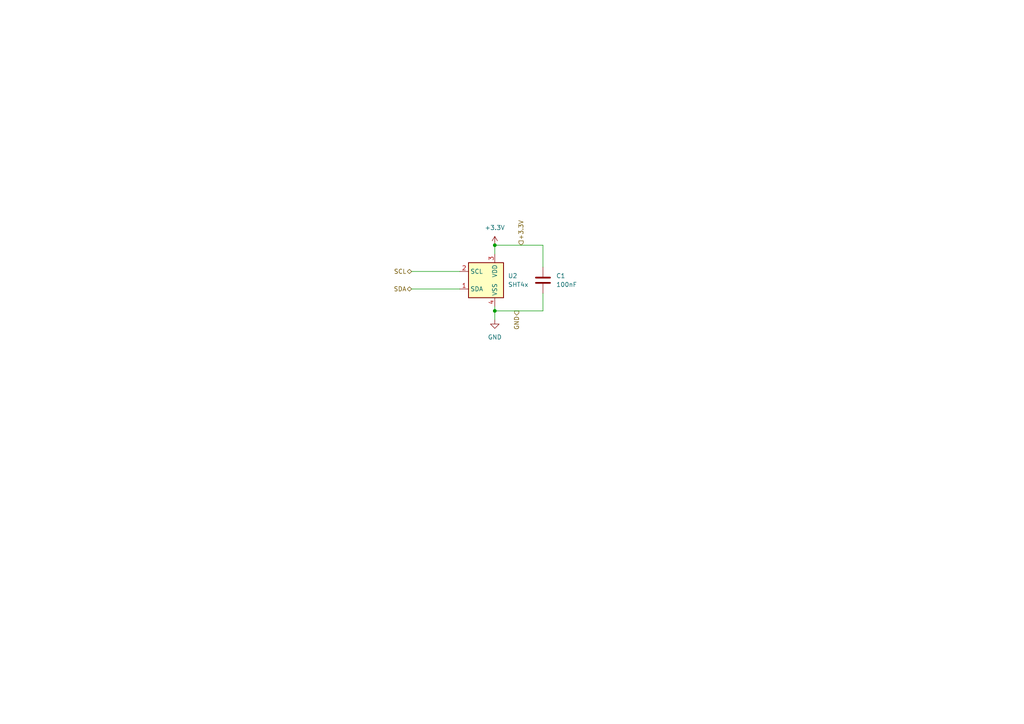
<source format=kicad_sch>
(kicad_sch (version 20250114) (generator "eeschema") (generator_version "9.0")
  (paper "A4")
  (lib_symbols
    (symbol "Device:C" (pin_numbers (hide yes)) (pin_names (offset 0.254))
      (property "Reference" "C" (at 0.635 2.54 0))
      (property "Value" "C" (at 0.635 -2.54 0))
      (symbol "C_0_1"
        (polyline (pts (xy -2.032 0.762) (xy 2.032 0.762)) (stroke (width 0.508)))
        (polyline (pts (xy -2.032 -0.762) (xy 2.032 -0.762)) (stroke (width 0.508)))
      )
      (symbol "C_1_1"
        (pin passive line (at 0 3.81 270) (length 2.794) (name "~") (number "1"))
        (pin passive line (at 0 -3.81 90) (length 2.794) (name "~") (number "2"))
      )
    )
    (symbol "Sensor_Humidity:SHT4x"
      (property "Reference" "U" (at 0 8.89 0))
      (property "Value" "SHT4x" (at 0 6.35 0))
      (symbol "SHT4x_1_1"
        (rectangle (start -5.08 5.08) (end 5.08 -5.08) (stroke (width 0.254)) (fill (type background)))
        (pin input line (at -7.62 2.54 0) (length 2.54) (name "SCL") (number "2"))
        (pin bidirectional line (at -7.62 -2.54 0) (length 2.54) (name "SDA") (number "1"))
        (pin power_in line (at 2.54 7.62 270) (length 2.54) (name "VDD") (number "3"))
        (pin power_in line (at 2.54 -7.62 90) (length 2.54) (name "VSS") (number "4"))
      )
    )
    (symbol "power:+3.3V" (power) (pin_numbers (hide yes)) (pin_names (offset 0) (hide yes))
      (property "Value" "+3.3V" (at 0 3.556 0))
      (symbol "+3.3V_0_1"
        (polyline (pts (xy -0.762 1.27) (xy 0 2.54)))
        (polyline (pts (xy 0 2.54) (xy 0.762 1.27)))
        (polyline (pts (xy 0 0) (xy 0 2.54)))
      )
      (symbol "+3.3V_1_1"
        (pin power_in line (at 0 0 90) (length 0) (name "~") (number "1"))
      )
    )
    (symbol "power:GND" (power) (pin_numbers (hide yes)) (pin_names (offset 0) (hide yes))
      (property "Value" "GND" (at 0 -3.81 0))
      (symbol "GND_0_1"
        (polyline (pts (xy 0 0) (xy 0 -1.27) (xy 1.27 -1.27) (xy 0 -2.54) (xy -1.27 -1.27) (xy 0 -1.27)))
      )
      (symbol "GND_1_1"
        (pin power_in line (at 0 0 270) (length 0) (name "~") (number "1"))
      )
    )
  )
  (junction (at 143.51 90.17))
  (junction (at 143.51 71.12))
  (wire (pts (xy 157.48 71.12) (xy 143.51 71.12)))
  (wire (pts (xy 157.48 90.17) (xy 157.48 85.09)))
  (wire (pts (xy 157.48 77.47) (xy 157.48 71.12)))
  (wire (pts (xy 143.51 71.12) (xy 143.51 73.66)))
  (wire (pts (xy 143.51 90.17) (xy 143.51 92.71)))
  (wire (pts (xy 119.38 83.82) (xy 133.35 83.82)))
  (wire (pts (xy 143.51 88.9) (xy 143.51 90.17)))
  (wire (pts (xy 143.51 90.17) (xy 157.48 90.17)))
  (wire (pts (xy 119.38 78.74) (xy 133.35 78.74)))
  (hierarchical_label "SDA" (shape bidirectional) (at 119.38 83.82 180))
  (hierarchical_label "SCL" (shape bidirectional) (at 119.38 78.74 180))
  (hierarchical_label "+3.3V" (shape input) (at 151.13 71.12 90))
  (hierarchical_label "GND" (shape output) (at 149.86 90.17 270))
  (symbol (lib_id "Device:C") (at 157.48 81.28 0) (unit 1)
    (property "Reference" "C1" (at 161.29 80.0099 0) (effects (justify left)))
    (property "Value" "100nF" (at 161.29 82.5499 0) (effects (justify left)))
    (property "Footprint" "Capacitor_SMD:C_1206_3216Metric" (effects (hide yes)))
    (property "Description" "Unpolarized capacitor" (effects (hide yes)))
  )
  (symbol (lib_id "power:GND") (at 143.51 92.71 0) (unit 1)
    (property "Reference" "#PWR05" (effects (hide yes)))
    (property "Value" "GND" (at 143.51 97.79 0))
    (property "Description" "Power symbol creates a global label with name \"GND\" , ground" (effects (hide yes)))
  )
  (symbol (lib_id "power:+3.3V") (at 143.51 71.12 0) (unit 1)
    (property "Reference" "#PWR06" (effects (hide yes)))
    (property "Value" "+3.3V" (at 143.51 66.04 0))
    (property "Description" "Power symbol creates a global label with name \"+3.3V\"" (effects (hide yes)))
  )
  (symbol (lib_id "Sensor_Humidity:SHT4x") (at 140.97 81.28 0) (unit 1)
    (property "Reference" "U2" (at 147.32 80.0099 0) (effects (justify left)))
    (property "Value" "SHT4x" (at 147.32 82.5499 0) (effects (justify left)))
    (property "Footprint" "Sensor_Humidity:Sensirion_DFN-4_1.5x1.5mm_P0.8mm_SHT4x_NoCentralPad" (effects (hide yes)))
    (property "Datasheet" "https://sensirion.com/media/documents/33FD6951/624C4357/Datasheet_SHT4x.pdf" (effects (hide yes)))
    (property "Description" "Digital Humidity and Temperature Sensor, ±1%RH, ±0.1°C, I2C, 1.08-3.6V, 16bit, DFN-4" (effects (hide yes)))
  )
)
</source>
